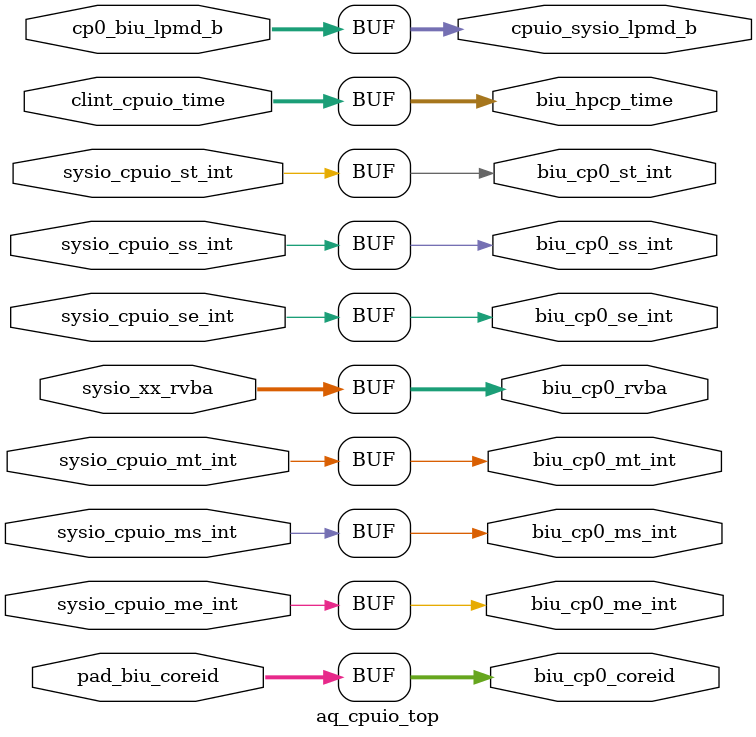
<source format=v>
/*Copyright 2020-2021 T-Head Semiconductor Co., Ltd.

Licensed under the Apache License, Version 2.0 (the "License");
you may not use this file except in compliance with the License.
You may obtain a copy of the License at

    http://www.apache.org/licenses/LICENSE-2.0

Unless required by applicable law or agreed to in writing, software
distributed under the License is distributed on an "AS IS" BASIS,
WITHOUT WARRANTIES OR CONDITIONS OF ANY KIND, either express or implied.
See the License for the specific language governing permissions and
limitations under the License.
*/

// &Depend("cpu_cfig.h"); @17

// &ModuleBeg; @19
module aq_cpuio_top(
  biu_cp0_coreid,
  biu_cp0_me_int,
  biu_cp0_ms_int,
  biu_cp0_mt_int,
  biu_cp0_rvba,
  biu_cp0_se_int,
  biu_cp0_ss_int,
  biu_cp0_st_int,
  biu_hpcp_time,
  clint_cpuio_time,
  cp0_biu_lpmd_b,
  cpuio_sysio_lpmd_b,
  pad_biu_coreid,
  sysio_cpuio_me_int,
  sysio_cpuio_ms_int,
  sysio_cpuio_mt_int,
  sysio_cpuio_se_int,
  sysio_cpuio_ss_int,
  sysio_cpuio_st_int,
  sysio_xx_rvba
);

// &Ports; @20
input   [63:0]  clint_cpuio_time;  
input   [1 :0]  cp0_biu_lpmd_b;    
input   [2 :0]  pad_biu_coreid;    
input           sysio_cpuio_me_int; 
input           sysio_cpuio_ms_int; 
input           sysio_cpuio_mt_int; 
input           sysio_cpuio_se_int; 
input           sysio_cpuio_ss_int; 
input           sysio_cpuio_st_int; 
input   [39:0]  sysio_xx_rvba;     
output  [2 :0]  biu_cp0_coreid;    
output          biu_cp0_me_int;    
output          biu_cp0_ms_int;    
output          biu_cp0_mt_int;    
output  [39:0]  biu_cp0_rvba;      
output          biu_cp0_se_int;    
output          biu_cp0_ss_int;    
output          biu_cp0_st_int;    
output  [63:0]  biu_hpcp_time;     
output  [1 :0]  cpuio_sysio_lpmd_b; 

// &Regs; @21

// &Wires; @22
wire    [2 :0]  biu_cp0_coreid;    
wire            biu_cp0_me_int;    
wire            biu_cp0_ms_int;    
wire            biu_cp0_mt_int;    
wire    [39:0]  biu_cp0_rvba;      
wire            biu_cp0_se_int;    
wire            biu_cp0_ss_int;    
wire            biu_cp0_st_int;    
wire    [63:0]  biu_hpcp_time;     
wire    [63:0]  clint_cpuio_time;  
wire    [1 :0]  cp0_biu_lpmd_b;    
wire    [1 :0]  cpuio_sysio_lpmd_b; 
wire    [2 :0]  pad_biu_coreid;    
wire            sysio_cpuio_me_int; 
wire            sysio_cpuio_ms_int; 
wire            sysio_cpuio_mt_int; 
wire            sysio_cpuio_se_int; 
wire            sysio_cpuio_ss_int; 
wire            sysio_cpuio_st_int; 
wire    [39:0]  sysio_xx_rvba;     


assign biu_cp0_coreid[2:0] = pad_biu_coreid[2:0];
assign biu_cp0_me_int      = sysio_cpuio_me_int;
assign biu_cp0_ms_int      = sysio_cpuio_ms_int;  
assign biu_cp0_mt_int      = sysio_cpuio_mt_int;
assign biu_cp0_se_int      = sysio_cpuio_se_int;
assign biu_cp0_ss_int      = sysio_cpuio_ss_int;
assign biu_cp0_st_int      = sysio_cpuio_st_int;
assign biu_hpcp_time[63:0] = clint_cpuio_time[63:0];
assign biu_cp0_rvba[39:0]  = sysio_xx_rvba[39:0];
assign cpuio_sysio_lpmd_b[1:0] = cp0_biu_lpmd_b[1:0];
// &ModuleEnd; @37
endmodule



</source>
